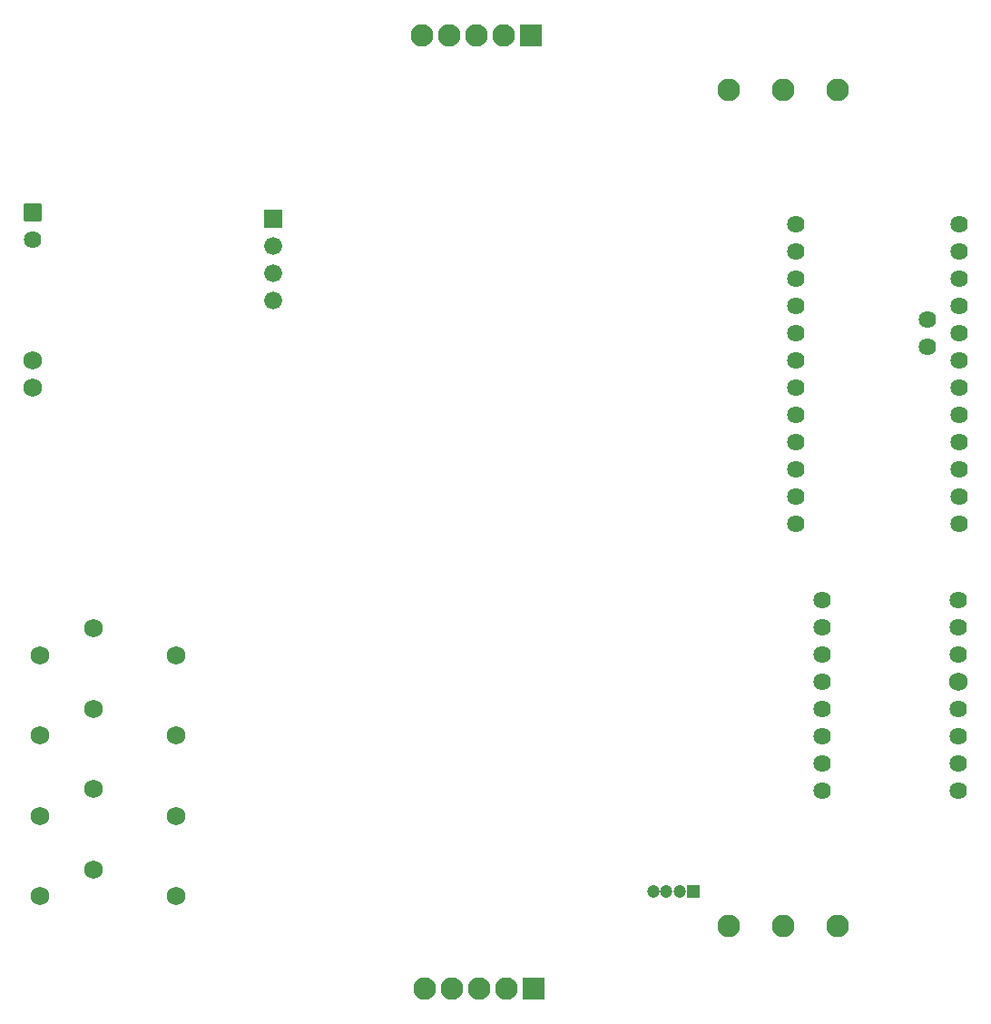
<source format=gbs>
G04 Layer: BottomSolderMaskLayer*
G04 EasyEDA v6.5.47, 2024-11-20 18:03:06*
G04 98833bf8f3114fe38780f31a112c5de4,28dbc4cd0de04f76b295d4d1f3f9c80b,10*
G04 Gerber Generator version 0.2*
G04 Scale: 100 percent, Rotated: No, Reflected: No *
G04 Dimensions in millimeters *
G04 leading zeros omitted , absolute positions ,4 integer and 5 decimal *
%FSLAX45Y45*%
%MOMM*%

%AMMACRO1*4,1,8,-0.5422,-0.6016,-0.6016,-0.5419,-0.6016,0.5422,-0.5422,0.6016,0.5419,0.6016,0.6016,0.5422,0.6016,-0.5419,0.5419,-0.6016,-0.5422,-0.6016,0*%
%AMMACRO2*4,1,8,-1.0211,-1.0508,-1.0508,-1.0208,-1.0508,1.0211,-1.0211,1.0508,1.0208,1.0508,1.0508,1.0211,1.0508,-1.0208,1.0208,-1.0508,-1.0211,-1.0508,0*%
%AMMACRO3*4,1,8,-0.8085,-0.8382,-0.8382,-0.8082,-0.8382,0.8085,-0.8085,0.8382,0.8082,0.8382,0.8382,0.8085,0.8382,-0.8082,0.8082,-0.8382,-0.8085,-0.8382,0*%
%AMMACRO4*4,1,8,-0.7831,-0.8128,-0.8128,-0.7828,-0.8128,0.7831,-0.7831,0.8128,0.7828,0.8128,0.8128,0.7831,0.8128,-0.7828,0.7828,-0.8128,-0.7831,-0.8128,0*%
%ADD10C,1.7272*%
%ADD11MACRO1*%
%ADD12C,1.2032*%
%ADD13MACRO2*%
%ADD14C,2.1016*%
%ADD15MACRO3*%
%ADD16C,1.6764*%
%ADD17MACRO4*%
%ADD18C,1.6256*%
%ADD19C,2.1032*%

%LPD*%
D10*
G01*
X499998Y6126987D03*
G01*
X499998Y5872987D03*
D11*
G01*
X6660502Y1168387D03*
D12*
G01*
X6535521Y1168400D03*
G01*
X6410502Y1168400D03*
G01*
X6285509Y1168400D03*
D13*
G01*
X5143500Y9156700D03*
D14*
G01*
X4889500Y9156700D03*
G01*
X4635500Y9156700D03*
G01*
X4381500Y9156700D03*
G01*
X4127500Y9156700D03*
D13*
G01*
X5168900Y266700D03*
D14*
G01*
X4914900Y266700D03*
G01*
X4660900Y266700D03*
G01*
X4406900Y266700D03*
G01*
X4152900Y266700D03*
D15*
G01*
X2743200Y7442200D03*
D16*
G01*
X2743200Y7188200D03*
G01*
X2743200Y6934200D03*
G01*
X2743200Y6680200D03*
D17*
G01*
X499999Y7499984D03*
D18*
G01*
X499998Y7245985D03*
D10*
G01*
X1834997Y3375025D03*
G01*
X1065123Y3624961D03*
G01*
X564997Y3375025D03*
G01*
X1834997Y2625013D03*
G01*
X1065123Y2874949D03*
G01*
X564997Y2625013D03*
G01*
X1834997Y1875028D03*
G01*
X1065123Y2124963D03*
G01*
X564997Y1875028D03*
G01*
X1834997Y1125016D03*
G01*
X1065123Y1374952D03*
G01*
X564997Y1125016D03*
D19*
G01*
X6992238Y8649715D03*
G01*
X7499984Y8649970D03*
G01*
X8007984Y8649970D03*
G01*
X8007731Y850239D03*
G01*
X7499984Y849985D03*
G01*
X6991984Y849985D03*
D18*
G01*
X7864983Y2618994D03*
G01*
X7864983Y2364994D03*
G01*
X7864983Y2110994D03*
G01*
X7864983Y2872994D03*
G01*
X7864983Y3126994D03*
G01*
X7864983Y3380994D03*
G01*
X7864983Y3634994D03*
G01*
X7864983Y3888994D03*
G01*
X9134983Y3888994D03*
G01*
X9134983Y3634994D03*
G01*
X9134983Y3380994D03*
D10*
G01*
X9134983Y3126994D03*
D18*
G01*
X9134983Y2872994D03*
G01*
X9134983Y2618994D03*
G01*
X9134983Y2364994D03*
G01*
X9134983Y2110994D03*
G01*
X9142984Y5610987D03*
G01*
X9142984Y5864987D03*
G01*
X9142984Y6118987D03*
G01*
X9142984Y6372987D03*
G01*
X8842984Y6245987D03*
G01*
X8842984Y6499987D03*
G01*
X7618984Y6372987D03*
G01*
X7618984Y6118987D03*
G01*
X7618984Y5864987D03*
G01*
X7618984Y5610987D03*
G01*
X7618984Y5356987D03*
G01*
X7618984Y5102987D03*
G01*
X7618984Y4848987D03*
G01*
X7618984Y4594987D03*
G01*
X9142984Y4594987D03*
G01*
X9142984Y4848987D03*
G01*
X9142984Y5102987D03*
G01*
X9142984Y5356987D03*
G01*
X7618984Y6626987D03*
G01*
X9142984Y7134987D03*
G01*
X9142984Y7388987D03*
G01*
X9142984Y6880987D03*
G01*
X7618984Y6880987D03*
G01*
X7618984Y7134987D03*
G01*
X7618984Y7388987D03*
G01*
X9142984Y6626987D03*
M02*

</source>
